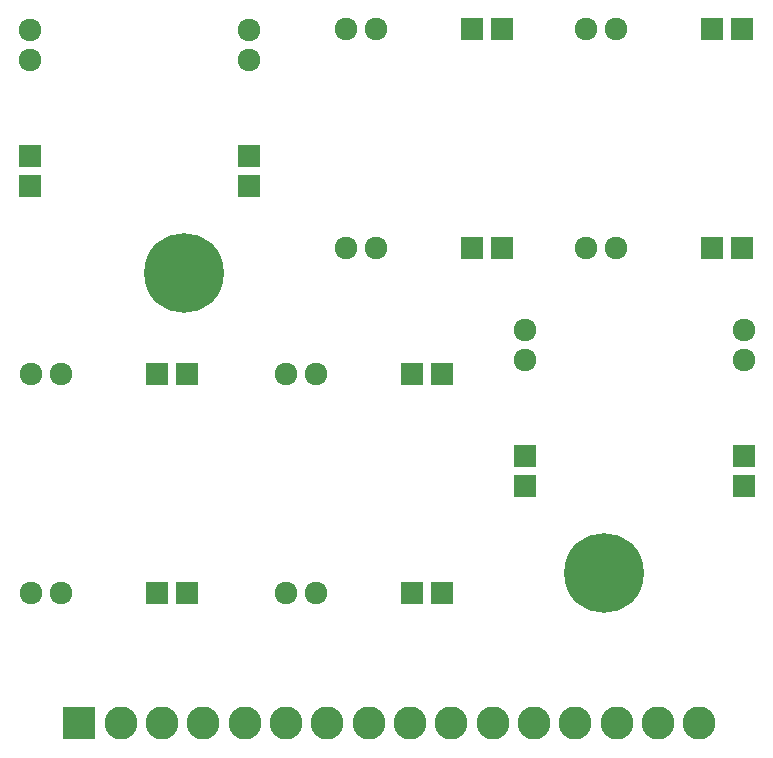
<source format=gbs>
%TF.GenerationSoftware,KiCad,Pcbnew,4.0.1-stable*%
%TF.CreationDate,2017-10-11T10:39:37-05:00*%
%TF.ProjectId,PowerBox,506F776572426F782E6B696361645F70,rev?*%
%TF.FileFunction,Soldermask,Bot*%
%FSLAX46Y46*%
G04 Gerber Fmt 4.6, Leading zero omitted, Abs format (unit mm)*
G04 Created by KiCad (PCBNEW 4.0.1-stable) date 10/11/2017 10:39:37 AM*
%MOMM*%
G01*
G04 APERTURE LIST*
%ADD10C,0.100000*%
%ADD11R,2.800000X2.800000*%
%ADD12C,2.800000*%
%ADD13C,1.924000*%
%ADD14R,1.924000X1.924000*%
%ADD15C,6.750000*%
G04 APERTURE END LIST*
D10*
D11*
X110490000Y-114300000D03*
D12*
X113990000Y-114300000D03*
X117490000Y-114300000D03*
X120990000Y-114300000D03*
X124490000Y-114300000D03*
X127990000Y-114300000D03*
X131490000Y-114300000D03*
X134990000Y-114300000D03*
X138490000Y-114300000D03*
X141990000Y-114300000D03*
X145490000Y-114300000D03*
X148990000Y-114300000D03*
X152490000Y-114300000D03*
X155990000Y-114300000D03*
X159490000Y-114300000D03*
X162990000Y-114300000D03*
D13*
X106426000Y-84709000D03*
X108966000Y-84709000D03*
D14*
X119634000Y-84709000D03*
X117094000Y-84709000D03*
X119634000Y-103251000D03*
X117094000Y-103251000D03*
D13*
X108966000Y-103251000D03*
X106426000Y-103251000D03*
X124841000Y-55626000D03*
X124841000Y-58166000D03*
D14*
X124841000Y-68834000D03*
X124841000Y-66294000D03*
X106299000Y-68834000D03*
X106299000Y-66294000D03*
D13*
X106299000Y-58166000D03*
X106299000Y-55626000D03*
X128016000Y-84709000D03*
X130556000Y-84709000D03*
D14*
X141224000Y-84709000D03*
X138684000Y-84709000D03*
X141224000Y-103251000D03*
X138684000Y-103251000D03*
D13*
X130556000Y-103251000D03*
X128016000Y-103251000D03*
X133096000Y-55499000D03*
X135636000Y-55499000D03*
D14*
X146304000Y-55499000D03*
X143764000Y-55499000D03*
X146304000Y-74041000D03*
X143764000Y-74041000D03*
D13*
X135636000Y-74041000D03*
X133096000Y-74041000D03*
X153416000Y-55499000D03*
X155956000Y-55499000D03*
D14*
X166624000Y-55499000D03*
X164084000Y-55499000D03*
X166624000Y-74041000D03*
X164084000Y-74041000D03*
D13*
X155956000Y-74041000D03*
X153416000Y-74041000D03*
X166751000Y-81026000D03*
X166751000Y-83566000D03*
D14*
X166751000Y-94234000D03*
X166751000Y-91694000D03*
X148209000Y-94234000D03*
X148209000Y-91694000D03*
D13*
X148209000Y-83566000D03*
X148209000Y-81026000D03*
D15*
X154940000Y-101600000D03*
X119380000Y-76200000D03*
M02*

</source>
